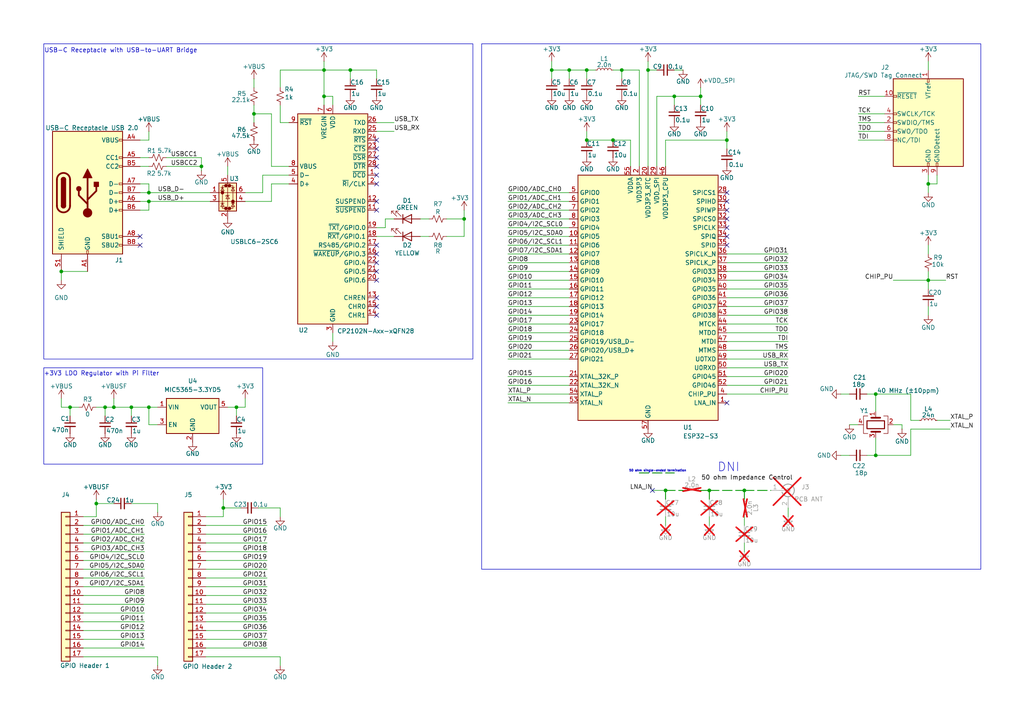
<source format=kicad_sch>
(kicad_sch (version 20250114) (generator "eeschema") (generator_version "9.0")
  (paper "A4")
  (title_block (title "YunaBoard") (date "2026-01-21") (rev "0.1v") (company "Rodolfo Zaragoza"))
  (rectangle (start 12.7 12.7) (end 137.16 104.14))
  (rectangle (start 12.7 106.68) (end 76.2 134.62))
  (rectangle (start 139.7 12.7) (end 284.48 165.1))
  (text "50 ohm Impedance Control" (at 216.662 138.684 0) (effects (font (size 1.27 1.27))))
  (text "50 ohm single-ended termination" (at 190.754 136.652 0) (effects (font (size 0.635 0.635))))
  (text "+3V3 LDO Regulator with Pi Filter" (at 29.464 108.458 0) (effects (font (size 1.27 1.27))))
  (text "DNI" (at 211.328 135.636 0) (effects (font (size 2.54 2.54))))
  (text "USB-C Receptacle with USB-to-UART Bridge" (at 35.052 14.732 0) (effects (font (size 1.27 1.27))))
  (junction (at 180.34 20.32))
  (junction (at 165.1 20.32))
  (junction (at 210.82 40.64))
  (junction (at 170.18 40.64))
  (junction (at 43.18 118.11))
  (junction (at 58.42 48.26))
  (junction (at 187.96 20.32))
  (junction (at 30.48 118.11))
  (junction (at 73.66 33.02))
  (junction (at 269.24 53.34))
  (junction (at 134.62 63.5))
  (junction (at 177.8 40.64))
  (junction (at 33.02 118.11))
  (junction (at 93.98 27.94))
  (junction (at 205.74 142.24))
  (junction (at 215.9 142.24))
  (junction (at 43.18 55.88))
  (junction (at 20.32 118.11))
  (junction (at 38.1 118.11))
  (junction (at 43.18 58.42))
  (junction (at 269.24 81.28))
  (junction (at 17.78 78.74))
  (junction (at 170.18 20.32))
  (junction (at 27.94 146.05))
  (junction (at 254 114.3))
  (junction (at 195.58 27.94))
  (junction (at 160.02 20.32))
  (junction (at 101.6 20.32))
  (junction (at 93.98 20.32))
  (junction (at 193.04 142.24))
  (junction (at 203.2 27.94))
  (junction (at 254 132.08))
  (junction (at 68.58 118.11))
  (junction (at 64.77 147.32))
  (no_connect (at 109.22 43.18))
  (no_connect (at 109.22 53.34))
  (no_connect (at 109.22 48.26))
  (no_connect (at 210.82 55.88))
  (no_connect (at 189.23 142.24))
  (no_connect (at 109.22 78.74))
  (no_connect (at 109.22 81.28))
  (no_connect (at 40.64 71.12))
  (no_connect (at 210.82 58.42))
  (no_connect (at 210.82 71.12))
  (no_connect (at 210.82 68.58))
  (no_connect (at 210.82 60.96))
  (no_connect (at 210.82 63.5))
  (no_connect (at 109.22 50.8))
  (no_connect (at 109.22 73.66))
  (no_connect (at 109.22 88.9))
  (no_connect (at 109.22 91.44))
  (no_connect (at 109.22 71.12))
  (no_connect (at 210.82 66.04))
  (no_connect (at 109.22 60.96))
  (no_connect (at 40.64 68.58))
  (no_connect (at 109.22 58.42))
  (no_connect (at 109.22 86.36))
  (no_connect (at 210.82 116.84))
  (no_connect (at 109.22 45.72))
  (no_connect (at 109.22 76.2))
  (no_connect (at 109.22 40.64))
  (wire (pts (xy 193.04 40.64) (xy 210.82 40.64)))
  (wire (pts (xy 180.34 22.86) (xy 180.34 20.32)))
  (wire (pts (xy 246.38 123.19) (xy 248.92 123.19)))
  (wire (pts (xy 269.24 17.78) (xy 269.24 20.32)))
  (wire (pts (xy 210.82 93.98) (xy 228.6 93.98)))
  (wire (pts (xy 76.2 50.8) (xy 83.82 50.8)))
  (wire (pts (xy 77.47 154.94) (xy 59.69 154.94)))
  (wire (pts (xy 147.32 114.3) (xy 165.1 114.3)))
  (wire (pts (xy 248.92 27.94) (xy 256.54 27.94)))
  (wire (pts (xy 17.78 78.74) (xy 17.78 81.28)))
  (wire (pts (xy 59.69 149.86) (xy 64.77 149.86)))
  (wire (pts (xy 81.28 190.5) (xy 59.69 190.5)))
  (wire (pts (xy 187.96 20.32) (xy 187.96 48.26)))
  (wire (pts (xy 147.32 55.88) (xy 165.1 55.88)))
  (wire (pts (xy 109.22 38.1) (xy 114.3 38.1)))
  (wire (pts (xy 205.74 149.86) (xy 205.74 152.4)))
  (wire (pts (xy 40.64 40.64) (xy 43.18 40.64)))
  (wire (pts (xy 40.64 45.72) (xy 43.18 45.72)))
  (wire (pts (xy 96.52 96.52) (xy 96.52 99.06)))
  (wire (pts (xy 190.5 27.94) (xy 190.5 48.26)))
  (wire (pts (xy 77.47 162.56) (xy 59.69 162.56)))
  (wire (pts (xy 77.47 177.8) (xy 59.69 177.8)))
  (wire (pts (xy 45.72 146.05) (xy 45.72 148.59)))
  (wire (pts (xy 78.74 58.42) (xy 78.74 53.34)))
  (wire (pts (xy 147.32 71.12) (xy 165.1 71.12)))
  (wire (pts (xy 41.91 152.4) (xy 24.13 152.4)))
  (wire (pts (xy 147.32 68.58) (xy 165.1 68.58)))
  (wire (pts (xy 77.47 185.42) (xy 59.69 185.42)))
  (wire (pts (xy 187.96 17.78) (xy 187.96 20.32)))
  (wire (pts (xy 77.47 170.18) (xy 59.69 170.18)))
  (wire (pts (xy 193.04 149.86) (xy 193.04 152.4)))
  (wire (pts (xy 170.18 38.1) (xy 170.18 40.64)))
  (wire (pts (xy 243.84 114.3) (xy 246.38 114.3)))
  (wire (pts (xy 109.22 35.56) (xy 114.3 35.56)))
  (wire (pts (xy 147.32 91.44) (xy 165.1 91.44)))
  (wire (pts (xy 147.32 83.82) (xy 165.1 83.82)))
  (wire (pts (xy 101.6 20.32) (xy 109.22 20.32)))
  (wire (pts (xy 30.48 120.65) (xy 30.48 118.11)))
  (wire (pts (xy 205.74 142.24) (xy 215.9 142.24)) (stroke (width 0.254) (type dash)))
  (wire (pts (xy 129.54 68.58) (xy 134.62 68.58)))
  (wire (pts (xy 24.13 190.5) (xy 45.72 190.5)))
  (wire (pts (xy 185.42 20.32) (xy 185.42 48.26)))
  (wire (pts (xy 187.96 20.32) (xy 190.5 20.32)))
  (wire (pts (xy 215.9 149.86) (xy 215.9 152.4)))
  (wire (pts (xy 41.91 160.02) (xy 24.13 160.02)))
  (wire (pts (xy 77.47 165.1) (xy 59.69 165.1)))
  (wire (pts (xy 147.32 81.28) (xy 165.1 81.28)))
  (wire (pts (xy 20.32 120.65) (xy 20.32 118.11)))
  (wire (pts (xy 81.28 30.48) (xy 81.28 35.56)))
  (wire (pts (xy 251.46 114.3) (xy 254 114.3)))
  (wire (pts (xy 24.13 149.86) (xy 27.94 149.86)))
  (wire (pts (xy 27.94 146.05) (xy 33.02 146.05)))
  (wire (pts (xy 215.9 157.48) (xy 215.9 160.02)))
  (wire (pts (xy 27.94 146.05) (xy 27.94 144.78)))
  (wire (pts (xy 109.22 20.32) (xy 109.22 22.86)))
  (wire (pts (xy 210.82 96.52) (xy 228.6 96.52)))
  (wire (pts (xy 228.6 88.9) (xy 210.82 88.9)))
  (wire (pts (xy 78.74 33.02) (xy 78.74 48.26)))
  (wire (pts (xy 43.18 53.34) (xy 43.18 55.88)))
  (wire (pts (xy 20.32 118.11) (xy 22.86 118.11)))
  (wire (pts (xy 71.12 118.11) (xy 68.58 118.11)))
  (wire (pts (xy 203.2 30.48) (xy 203.2 27.94)))
  (wire (pts (xy 254 114.3) (xy 254 119.38)))
  (wire (pts (xy 40.64 55.88) (xy 43.18 55.88)))
  (wire (pts (xy 248.92 40.64) (xy 256.54 40.64)))
  (wire (pts (xy 111.76 63.5) (xy 114.3 63.5)))
  (wire (pts (xy 182.88 40.64) (xy 182.88 48.26)))
  (wire (pts (xy 269.24 81.28) (xy 259.08 81.28)))
  (wire (pts (xy 66.04 118.11) (xy 68.58 118.11)))
  (wire (pts (xy 210.82 111.76) (xy 228.6 111.76)))
  (wire (pts (xy 248.92 33.02) (xy 256.54 33.02)))
  (wire (pts (xy 203.2 25.4) (xy 203.2 27.94)))
  (wire (pts (xy 269.24 53.34) (xy 271.78 53.34)))
  (wire (pts (xy 248.92 38.1) (xy 256.54 38.1)))
  (wire (pts (xy 43.18 118.11) (xy 45.72 118.11)))
  (wire (pts (xy 41.91 162.56) (xy 24.13 162.56)))
  (wire (pts (xy 81.28 25.4) (xy 81.28 20.32)))
  (wire (pts (xy 101.6 20.32) (xy 101.6 22.86)))
  (wire (pts (xy 74.93 147.32) (xy 81.28 147.32)))
  (wire (pts (xy 147.32 104.14) (xy 165.1 104.14)))
  (wire (pts (xy 43.18 58.42) (xy 43.18 60.96)))
  (wire (pts (xy 48.26 48.26) (xy 58.42 48.26)))
  (wire (pts (xy 43.18 123.19) (xy 45.72 123.19)))
  (wire (pts (xy 215.9 142.24) (xy 215.9 144.78)) (stroke (width 0.254) (type dash)))
  (wire (pts (xy 40.64 53.34) (xy 43.18 53.34)))
  (wire (pts (xy 147.32 86.36) (xy 165.1 86.36)))
  (wire (pts (xy 38.1 146.05) (xy 45.72 146.05)))
  (wire (pts (xy 81.28 20.32) (xy 93.98 20.32)))
  (wire (pts (xy 147.32 96.52) (xy 165.1 96.52)))
  (wire (pts (xy 73.66 22.86) (xy 73.66 25.4)))
  (wire (pts (xy 269.24 88.9) (xy 269.24 91.44)))
  (wire (pts (xy 48.26 45.72) (xy 58.42 45.72)))
  (wire (pts (xy 170.18 22.86) (xy 170.18 20.32)))
  (wire (pts (xy 147.32 63.5) (xy 165.1 63.5)))
  (wire (pts (xy 40.64 58.42) (xy 43.18 58.42)))
  (wire (pts (xy 147.32 101.6) (xy 165.1 101.6)))
  (wire (pts (xy 73.66 33.02) (xy 78.74 33.02)))
  (wire (pts (xy 17.78 118.11) (xy 20.32 118.11)))
  (wire (pts (xy 210.82 38.1) (xy 210.82 40.64)))
  (wire (pts (xy 259.08 123.19) (xy 261.62 123.19)))
  (wire (pts (xy 43.18 118.11) (xy 43.18 123.19)))
  (wire (pts (xy 38.1 118.11) (xy 43.18 118.11)))
  (wire (pts (xy 269.24 81.28) (xy 274.32 81.28)))
  (wire (pts (xy 81.28 147.32) (xy 81.28 149.86)))
  (wire (pts (xy 77.47 182.88) (xy 59.69 182.88)))
  (wire (pts (xy 269.24 50.8) (xy 269.24 53.34)))
  (wire (pts (xy 165.1 22.86) (xy 165.1 20.32)))
  (wire (pts (xy 203.2 142.24) (xy 205.74 142.24)) (stroke (width 0.254) (type dash)))
  (wire (pts (xy 264.16 132.08) (xy 254 132.08)))
  (wire (pts (xy 68.58 118.11) (xy 68.58 120.65)))
  (wire (pts (xy 38.1 118.11) (xy 38.1 120.65)))
  (wire (pts (xy 147.32 73.66) (xy 165.1 73.66)))
  (wire (pts (xy 269.24 71.12) (xy 269.24 73.66)))
  (wire (pts (xy 269.24 55.88) (xy 269.24 53.34)))
  (wire (pts (xy 210.82 101.6) (xy 228.6 101.6)))
  (wire (pts (xy 93.98 27.94) (xy 96.52 27.94)))
  (wire (pts (xy 77.47 152.4) (xy 59.69 152.4)))
  (wire (pts (xy 109.22 68.58) (xy 114.3 68.58)))
  (wire (pts (xy 41.91 180.34) (xy 24.13 180.34)))
  (wire (pts (xy 93.98 27.94) (xy 93.98 30.48)))
  (polyline (pts (xy 185.42 137.16) (xy 195.58 137.16)) (stroke (width 0.254) (type dash) (color 0 132 0 1)))
  (wire (pts (xy 264.16 124.46) (xy 275.59 124.46)))
  (wire (pts (xy 189.23 142.24) (xy 193.04 142.24)))
  (wire (pts (xy 71.12 118.11) (xy 71.12 115.57)))
  (wire (pts (xy 40.64 60.96) (xy 43.18 60.96)))
  (wire (pts (xy 228.6 91.44) (xy 210.82 91.44)))
  (wire (pts (xy 147.32 60.96) (xy 165.1 60.96)))
  (wire (pts (xy 41.91 167.64) (xy 24.13 167.64)))
  (wire (pts (xy 71.12 55.88) (xy 76.2 55.88)))
  (wire (pts (xy 41.91 175.26) (xy 24.13 175.26)))
  (wire (pts (xy 109.22 66.04) (xy 111.76 66.04)))
  (wire (pts (xy 269.24 81.28) (xy 269.24 83.82)))
  (wire (pts (xy 264.16 114.3) (xy 254 114.3)))
  (wire (pts (xy 41.91 165.1) (xy 24.13 165.1)))
  (wire (pts (xy 77.47 157.48) (xy 59.69 157.48)))
  (wire (pts (xy 228.6 78.74) (xy 210.82 78.74)))
  (wire (pts (xy 64.77 147.32) (xy 64.77 144.78)))
  (wire (pts (xy 160.02 22.86) (xy 160.02 20.32)))
  (wire (pts (xy 41.91 172.72) (xy 24.13 172.72)))
  (wire (pts (xy 210.82 109.22) (xy 228.6 109.22)))
  (wire (pts (xy 121.92 68.58) (xy 124.46 68.58)))
  (wire (pts (xy 147.32 111.76) (xy 165.1 111.76)))
  (wire (pts (xy 121.92 63.5) (xy 124.46 63.5)))
  (wire (pts (xy 41.91 182.88) (xy 24.13 182.88)))
  (wire (pts (xy 147.32 58.42) (xy 165.1 58.42)))
  (wire (pts (xy 248.92 35.56) (xy 256.54 35.56)))
  (wire (pts (xy 40.64 48.26) (xy 43.18 48.26)))
  (wire (pts (xy 147.32 88.9) (xy 165.1 88.9)))
  (wire (pts (xy 195.58 30.48) (xy 195.58 27.94)))
  (wire (pts (xy 147.32 66.04) (xy 165.1 66.04)))
  (wire (pts (xy 30.48 118.11) (xy 33.02 118.11)))
  (wire (pts (xy 66.04 48.26) (xy 66.04 50.8)))
  (wire (pts (xy 17.78 78.74) (xy 25.4 78.74)))
  (wire (pts (xy 96.52 27.94) (xy 96.52 30.48)))
  (wire (pts (xy 73.66 30.48) (xy 73.66 33.02)))
  (wire (pts (xy 76.2 55.88) (xy 76.2 50.8)))
  (wire (pts (xy 215.9 142.24) (xy 223.52 142.24)) (stroke (width 0.254) (type dash)))
  (wire (pts (xy 210.82 99.06) (xy 228.6 99.06)))
  (wire (pts (xy 77.47 172.72) (xy 59.69 172.72)))
  (wire (pts (xy 77.47 160.02) (xy 59.69 160.02)))
  (wire (pts (xy 77.47 167.64) (xy 59.69 167.64)))
  (wire (pts (xy 45.72 190.5) (xy 45.72 193.04)))
  (wire (pts (xy 210.82 106.68) (xy 228.6 106.68)))
  (wire (pts (xy 93.98 20.32) (xy 101.6 20.32)))
  (wire (pts (xy 58.42 45.72) (xy 58.42 48.26)))
  (wire (pts (xy 254 127) (xy 254 132.08)))
  (wire (pts (xy 43.18 58.42) (xy 60.96 58.42)))
  (wire (pts (xy 147.32 109.22) (xy 165.1 109.22)))
  (wire (pts (xy 30.48 118.11) (xy 27.94 118.11)))
  (wire (pts (xy 160.02 17.78) (xy 160.02 20.32)))
  (wire (pts (xy 266.7 121.92) (xy 264.16 121.92)))
  (wire (pts (xy 228.6 81.28) (xy 210.82 81.28)))
  (wire (pts (xy 195.58 27.94) (xy 203.2 27.94)))
  (wire (pts (xy 264.16 124.46) (xy 264.16 132.08)))
  (wire (pts (xy 170.18 40.64) (xy 177.8 40.64)))
  (wire (pts (xy 64.77 149.86) (xy 64.77 147.32)))
  (wire (pts (xy 228.6 86.36) (xy 210.82 86.36)))
  (wire (pts (xy 93.98 17.78) (xy 93.98 20.32)))
  (wire (pts (xy 170.18 20.32) (xy 172.72 20.32)))
  (wire (pts (xy 93.98 20.32) (xy 93.98 27.94)))
  (wire (pts (xy 210.82 104.14) (xy 228.6 104.14)))
  (wire (pts (xy 33.02 115.57) (xy 33.02 118.11)))
  (wire (pts (xy 77.47 175.26) (xy 59.69 175.26)))
  (wire (pts (xy 147.32 78.74) (xy 165.1 78.74)))
  (wire (pts (xy 43.18 55.88) (xy 60.96 55.88)))
  (wire (pts (xy 33.02 118.11) (xy 38.1 118.11)))
  (wire (pts (xy 41.91 187.96) (xy 24.13 187.96)))
  (wire (pts (xy 41.91 157.48) (xy 24.13 157.48)))
  (wire (pts (xy 271.78 121.92) (xy 275.59 121.92)))
  (wire (pts (xy 190.5 27.94) (xy 195.58 27.94)))
  (wire (pts (xy 41.91 185.42) (xy 24.13 185.42)))
  (wire (pts (xy 129.54 63.5) (xy 134.62 63.5)))
  (wire (pts (xy 210.82 43.18) (xy 210.82 40.64)))
  (wire (pts (xy 134.62 60.96) (xy 134.62 63.5)))
  (wire (pts (xy 193.04 142.24) (xy 193.04 144.78)) (stroke (width 0.254) (type dash)))
  (wire (pts (xy 71.12 58.42) (xy 78.74 58.42)))
  (wire (pts (xy 41.91 154.94) (xy 24.13 154.94)))
  (wire (pts (xy 165.1 20.32) (xy 170.18 20.32)))
  (wire (pts (xy 134.62 63.5) (xy 134.62 68.58)))
  (wire (pts (xy 41.91 177.8) (xy 24.13 177.8)))
  (wire (pts (xy 160.02 20.32) (xy 165.1 20.32)))
  (wire (pts (xy 43.18 40.64) (xy 43.18 38.1)))
  (wire (pts (xy 81.28 35.56) (xy 83.82 35.56)))
  (wire (pts (xy 261.62 123.19) (xy 261.62 124.46)))
  (wire (pts (xy 251.46 132.08) (xy 254 132.08)))
  (wire (pts (xy 77.47 180.34) (xy 59.69 180.34)))
  (wire (pts (xy 205.74 142.24) (xy 205.74 144.78)) (stroke (width 0.254) (type dash)))
  (wire (pts (xy 77.47 187.96) (xy 59.69 187.96)))
  (wire (pts (xy 78.74 48.26) (xy 83.82 48.26)))
  (wire (pts (xy 228.6 83.82) (xy 210.82 83.82)))
  (wire (pts (xy 81.28 193.04) (xy 81.28 190.5)))
  (wire (pts (xy 73.66 33.02) (xy 73.66 35.56)))
  (wire (pts (xy 177.8 20.32) (xy 180.34 20.32)))
  (wire (pts (xy 193.04 40.64) (xy 193.04 48.26)))
  (wire (pts (xy 17.78 115.57) (xy 17.78 118.11)))
  (wire (pts (xy 78.74 53.34) (xy 83.82 53.34)))
  (wire (pts (xy 264.16 121.92) (xy 264.16 114.3)))
  (wire (pts (xy 269.24 78.74) (xy 269.24 81.28)))
  (wire (pts (xy 228.6 73.66) (xy 210.82 73.66)))
  (wire (pts (xy 193.04 142.24) (xy 198.12 142.24)) (stroke (width 0.254) (type dash)))
  (wire (pts (xy 41.91 170.18) (xy 24.13 170.18)))
  (wire (pts (xy 27.94 146.05) (xy 27.94 149.86)))
  (wire (pts (xy 147.32 93.98) (xy 165.1 93.98)))
  (wire (pts (xy 111.76 66.04) (xy 111.76 63.5)))
  (wire (pts (xy 180.34 20.32) (xy 185.42 20.32)))
  (wire (pts (xy 243.84 132.08) (xy 246.38 132.08)))
  (wire (pts (xy 210.82 114.3) (xy 228.6 114.3)))
  (wire (pts (xy 147.32 99.06) (xy 165.1 99.06)))
  (wire (pts (xy 228.6 147.32) (xy 228.6 149.86)))
  (wire (pts (xy 147.32 116.84) (xy 165.1 116.84)))
  (wire (pts (xy 195.58 20.32) (xy 198.12 20.32)))
  (wire (pts (xy 147.32 76.2) (xy 165.1 76.2)))
  (wire (pts (xy 69.85 147.32) (xy 64.77 147.32)))
  (wire (pts (xy 58.42 48.26) (xy 58.42 49.53)))
  (wire (pts (xy 228.6 76.2) (xy 210.82 76.2)))
  (wire (pts (xy 271.78 53.34) (xy 271.78 50.8)))
  (wire (pts (xy 177.8 40.64) (xy 182.88 40.64)))
  (label "GPIO21" (at 147.32 104.14 0))
  (label "GPIO35" (at 228.6 83.82 180))
  (label "GPIO37" (at 228.6 88.9 180))
  (label "GPIO13" (at 41.91 185.42 180))
  (label "GPIO21" (at 77.47 167.64 180))
  (label "GPIO37" (at 77.47 185.42 180))
  (label "GPIO19" (at 147.32 99.06 0))
  (label "GPIO20" (at 228.6 109.22 180))
  (label "GPIO36" (at 77.47 182.88 180))
  (label "GPIO3{slash}ADC_CH3" (at 41.91 160.02 180))
  (label "GPIO11" (at 147.32 83.82 0))
  (label "GPIO35" (at 77.47 180.34 180))
  (label "TDO" (at 228.6 96.52 180))
  (label "TCK" (at 228.6 93.98 180))
  (label "GPIO12" (at 41.91 182.88 180))
  (label "RST" (at 248.92 27.94 0))
  (label "GPIO2{slash}ADC_CH2" (at 147.32 60.96 0))
  (label "GPIO8" (at 147.32 76.2 0))
  (label "GPIO18" (at 77.47 160.02 180))
  (label "CHIP_PU" (at 228.6 114.3 180))
  (label "GPIO17" (at 147.32 93.98 0))
  (label "GPIO6{slash}I2C_SCL1" (at 147.32 71.12 0))
  (label "GPIO8" (at 41.91 172.72 180))
  (label "RST" (at 274.32 81.28 0))
  (label "TDI" (at 248.92 40.64 0))
  (label "GPIO31" (at 77.47 170.18 180))
  (label "TDO" (at 248.92 38.1 0))
  (label "GPIO0{slash}ADC_CH0" (at 147.32 55.88 0))
  (label "GPIO13" (at 147.32 88.9 0))
  (label "USB_RX" (at 114.3 38.1 0))
  (label "GPIO2{slash}ADC_CH2" (at 41.91 157.48 180))
  (label "TMS" (at 248.92 35.56 0))
  (label "GPIO18" (at 147.32 96.52 0))
  (label "USB_RX" (at 228.6 104.14 180))
  (label "GPIO21" (at 228.6 111.76 180))
  (label "GPIO4{slash}I2C_SCL0" (at 147.32 66.04 0))
  (label "GPIO34" (at 77.47 177.8 180))
  (label "GPIO6{slash}I2C_SCL1" (at 41.91 167.64 180))
  (label "GPIO10" (at 147.32 81.28 0))
  (label "GPIO12" (at 147.32 86.36 0))
  (label "GPIO20" (at 147.32 101.6 0))
  (label "USB_D+" (at 45.72 58.42 0))
  (label "GPIO15" (at 77.47 152.4 180))
  (label "XTAL_N" (at 147.32 116.84 0))
  (label "GPIO4{slash}I2C_SCL0" (at 41.91 162.56 180))
  (label "TCK" (at 248.92 33.02 0))
  (label "USB_TX" (at 228.6 106.68 180))
  (label "GPIO38" (at 77.47 187.96 180))
  (label "GPIO11" (at 41.91 180.34 180))
  (label "GPIO3{slash}ADC_CH3" (at 147.32 63.5 0))
  (label "LNA_IN" (at 189.23 142.24 180))
  (label "USBCC1" (at 49.53 45.72 0))
  (label "TDI" (at 228.6 99.06 180))
  (label "GPIO36" (at 228.6 86.36 180))
  (label "GPIO20" (at 77.47 165.1 180))
  (label "GPIO19" (at 77.47 162.56 180))
  (label "USBCC2" (at 49.53 48.26 0))
  (label "GPIO9" (at 147.32 78.74 0))
  (label "GPIO7{slash}I2C_SDA1" (at 147.32 73.66 0))
  (label "GPIO15" (at 147.32 109.22 0))
  (label "XTAL_P" (at 275.59 121.92 0))
  (label "GPIO33" (at 77.47 175.26 180))
  (label "GPIO10" (at 41.91 177.8 180))
  (label "USB_TX" (at 114.3 35.56 0))
  (label "GPIO0{slash}ADC_CH0" (at 41.91 152.4 180))
  (label "GPIO14" (at 147.32 91.44 0))
  (label "TMS" (at 228.6 101.6 180))
  (label "GPIO5{slash}I2C_SDA0" (at 41.91 165.1 180))
  (label "XTAL_P" (at 147.32 114.3 0))
  (label "GPIO31" (at 228.6 73.66 180))
  (label "GPIO16" (at 77.47 154.94 180))
  (label "GPIO5{slash}I2C_SDA0" (at 147.32 68.58 0))
  (label "GPIO32" (at 228.6 76.2 180))
  (label "GPIO7{slash}I2C_SDA1" (at 41.91 170.18 180))
  (label "CHIP_PU" (at 259.08 81.28 180))
  (label "GPIO38" (at 228.6 91.44 180))
  (label "GPIO1{slash}ADC_CH1" (at 41.91 154.94 180))
  (label "GPIO16" (at 147.32 111.76 0))
  (label "GPIO1{slash}ADC_CH1" (at 147.32 58.42 0))
  (label "GPIO32" (at 77.47 172.72 180))
  (label "USB_D-" (at 45.72 55.88 0))
  (label "GPIO14" (at 41.91 187.96 180))
  (label "GPIO17" (at 77.47 157.48 180))
  (label "GPIO9" (at 41.91 175.26 180))
  (label "GPIO33" (at 228.6 78.74 180))
  (label "GPIO34" (at 228.6 81.28 180))
  (label "XTAL_N" (at 275.59 124.46 0))
  (symbol (lib_id "Device:C_Small") (at 205.74 147.32 0) (unit 1) (dnp yes)
    (property "Reference" "C18" (at 205.74 145.796 0) (effects (justify left)))
    (property "Value" "10u" (at 205.994 149.098 0) (effects (justify left)))
    (property "Footprint" "Capacitor_SMD:C_0603_1608Metric" (effects (hide yes)))
    (property "Description" "Unpolarized capacitor, small symbol" (effects (hide yes)))
  )
  (symbol (lib_id "Device:C_Small") (at 72.39 147.32 90) (unit 1)
    (property "Reference" "C23" (at 71.628 146.304 90) (effects (justify left)))
    (property "Value" "0.1u" (at 77.724 146.304 90) (effects (justify left)))
    (property "Footprint" "Capacitor_SMD:C_0402_1005Metric" (effects (hide yes)))
    (property "Description" "Unpolarized capacitor, small symbol" (effects (hide yes)))
  )
  (symbol (lib_id "Device:L_Small") (at 200.66 142.24 90) (unit 1) (dnp yes)
    (property "Reference" "L2" (at 200.66 138.938 90))
    (property "Value" "2.0n" (at 200.66 140.716 90))
    (property "Footprint" "Inductor_SMD:L_0201_0603Metric" (effects (hide yes)))
    (property "Description" "Inductor, small symbol" (effects (hide yes)))
  )
  (symbol (lib_id "power:+5V") (at 187.96 17.78 0) (unit 1)
    (property "Reference" "#PWR021" (effects (hide yes)))
    (property "Value" "+3V3" (at 187.96 14.224 0))
    (property "Description" "Power symbol creates a global label with name \"+5V\"" (effects (hide yes)))
  )
  (symbol (lib_id "Connector:Conn_Coaxial") (at 228.6 142.24 0) (unit 1) (dnp yes)
    (property "Reference" "J3" (at 232.41 141.2631 0) (effects (justify left)))
    (property "Value" "PCB ANT" (at 230.378 144.78 0) (effects (justify left)))
    (property "Footprint" "Connector_Coaxial:U.FL_Hirose_U.FL-R-SMT-1_Vertical" (effects (hide yes)))
    (property "Description" "coaxial connector (BNC, SMA, SMB, SMC, Cinch/RCA, LEMO, ...)" (effects (hide yes)))
  )
  (symbol (lib_id "power:GND") (at 193.04 152.4 0) (unit 1) (dnp yes)
    (property "Reference" "#PWR041" (effects (hide yes)))
    (property "Value" "GND" (at 193.04 155.956 0))
    (property "Description" "Power symbol creates a global label with name \"GND\" , ground" (effects (hide yes)))
  )
  (symbol (lib_id "Device:LED") (at 118.11 63.5 0) (mirror x) (unit 1)
    (property "Reference" "D1" (at 118.11 58.166 0))
    (property "Value" "GREEN" (at 118.11 60.198 0))
    (property "Footprint" "LED_SMD:LED_0603_1608Metric" (effects (hide yes)))
    (property "Description" "Light emitting diode" (effects (hide yes)))
    (property "Sim.Pins" "1=K 2=A" (effects (hide yes)))
  )
  (symbol (lib_id "power:GND") (at 81.28 149.86 0) (unit 1)
    (property "Reference" "#PWR050" (effects (hide yes)))
    (property "Value" "GND" (at 81.28 153.162 0))
    (property "Description" "Power symbol creates a global label with name \"GND\" , ground" (effects (hide yes)))
  )
  (symbol (lib_id "Device:C_Small") (at 177.8 43.18 0) (unit 1)
    (property "Reference" "C12" (at 177.8 41.656 0) (effects (justify left)))
    (property "Value" "10u" (at 178.054 44.958 0) (effects (justify left)))
    (property "Footprint" "Capacitor_SMD:C_0603_1608Metric" (effects (hide yes)))
    (property "Description" "Unpolarized capacitor, small symbol" (effects (hide yes)))
  )
  (symbol (lib_id "Device:C_Small") (at 68.58 123.19 0) (unit 1)
    (property "Reference" "C4" (at 68.58 121.666 0) (effects (justify left)))
    (property "Value" "1u" (at 68.834 124.968 0) (effects (justify left)))
    (property "Footprint" "Capacitor_SMD:C_0603_1608Metric" (effects (hide yes)))
    (property "Description" "Unpolarized capacitor, small symbol" (effects (hide yes)))
  )
  (symbol (lib_id "Device:C_Small") (at 30.48 123.19 0) (unit 1)
    (property "Reference" "C2" (at 30.48 121.666 0) (effects (justify left)))
    (property "Value" "470n" (at 30.734 124.968 0) (effects (justify left)))
    (property "Footprint" "Capacitor_SMD:C_0603_1608Metric" (effects (hide yes)))
    (property "Description" "Unpolarized capacitor, small symbol" (effects (hide yes)))
  )
  (symbol (lib_id "power:GND") (at 187.96 124.46 0) (unit 1)
    (property "Reference" "#PWR015" (effects (hide yes)))
    (property "Value" "GND" (at 187.96 127.762 0))
    (property "Description" "Power symbol creates a global label with name \"GND\" , ground" (effects (hide yes)))
  )
  (symbol (lib_id "Regulator_Linear:MIC5365-3.3YD5") (at 55.88 120.65 0) (unit 1)
    (property "Reference" "U4" (at 55.88 110.49 0))
    (property "Value" "MIC5365-3.3YD5" (at 55.88 113.03 0))
    (property "Footprint" "Package_TO_SOT_SMD:TSOT-23-5" (effects (hide yes)))
    (property "Datasheet" "https://ww1.microchip.com/downloads/aemDocuments/documents/APID/ProductDocuments/DataSheets/MIC5365-6-High-Performance-Single-150mA-LDO-DS20006605A.pdf" (effects (hide yes)))
    (property "Description" "150mA Low-dropout Voltage Regulator, Vout 3.3V, Vin up to 5.5V, TSOT-23-5" (effects (hide yes)))
  )
  (symbol (lib_id "Connector:USB_C_Receptacle_USB2.0_16P") (at 25.4 55.88 0) (unit 1)
    (property "Reference" "J1" (at 34.544 75.438 0))
    (property "Value" "USB-C Receptacle USB 2.0" (at 26.67 37.084 0))
    (property "Footprint" "Connector_USB:USB_C_Receptacle_GCT_USB4105-xx-A_16P_TopMnt_Horizontal" (effects (hide yes)))
    (property "Datasheet" "https://www.usb.org/sites/default/files/documents/usb_type-c.zip" (effects (hide yes)))
    (property "Description" "USB 2.0-only 16P Type-C Receptacle connector" (effects (hide yes)))
  )
  (symbol (lib_id "Device:C_Small") (at 35.56 146.05 90) (unit 1)
    (property "Reference" "C24" (at 34.798 145.034 90) (effects (justify left)))
    (property "Value" "1u" (at 38.862 145.034 90) (effects (justify left)))
    (property "Footprint" "Capacitor_SMD:C_0402_1005Metric" (effects (hide yes)))
    (property "Description" "Unpolarized capacitor, small symbol" (effects (hide yes)))
  )
  (symbol (lib_id "Connector_Generic:Conn_01x17") (at 19.05 170.18 0) (mirror y) (unit 1)
    (property "Reference" "J4" (at 19.05 143.51 0))
    (property "Value" "GPIO Header 1" (at 24.638 193.04 0))
    (property "Footprint" "Connector_PinHeader_1.00mm:PinHeader_1x17_P1.00mm_Vertical" (effects (hide yes)))
    (property "Description" "Generic connector, single row, 01x17, script generated (kicad-library-utils/schlib/autogen/connector/)" (effects (hide yes)))
  )
  (symbol (lib_id "Device:C_Small") (at 170.18 25.4 0) (unit 1)
    (property "Reference" "C7" (at 170.18 23.876 0) (effects (justify left)))
    (property "Value" "0.1u" (at 170.434 27.178 0) (effects (justify left)))
    (property "Footprint" "Capacitor_SMD:C_0402_1005Metric" (effects (hide yes)))
    (property "Description" "Unpolarized capacitor, small symbol" (effects (hide yes)))
  )
  (symbol (lib_id "Interface_USB:CP2102N-Axx-xQFN28") (at 96.52 63.5 0) (unit 1)
    (property "Reference" "U2" (at 86.614 95.758 0) (effects (justify left)))
    (property "Value" "CP2102N-Axx-xQFN28" (at 97.79 96.012 0) (effects (justify left)))
    (property "Footprint" "Package_DFN_QFN:QFN-28-1EP_5x5mm_P0.5mm_EP3.35x3.35mm" (effects (hide yes)))
    (property "Datasheet" "https://www.silabs.com/documents/public/data-sheets/cp2102n-datasheet.pdf" (effects (hide yes)))
    (property "Description" "USB to UART master bridge, QFN-28" (effects (hide yes)))
  )
  (symbol (lib_id "Device:Crystal_GND24") (at 254 123.19 270) (unit 1)
    (property "Reference" "Y1" (at 250.698 119.126 90))
    (property "Value" "40 MHz (±10ppm)" (at 263.398 113.284 90))
    (property "Footprint" "Crystal:Crystal_SMD_3225-4Pin_3.2x2.5mm" (effects (hide yes)))
    (property "Description" "Four pin crystal, GND on pins 2 and 4" (effects (hide yes)))
  )
  (symbol (lib_id "Device:C_Small") (at 193.04 20.32 90) (unit 1)
    (property "Reference" "C9" (at 192.024 19.304 90) (effects (justify left)))
    (property "Value" "0.1u" (at 198.12 19.304 90) (effects (justify left)))
    (property "Footprint" "Capacitor_SMD:C_0402_1005Metric" (effects (hide yes)))
    (property "Description" "Unpolarized capacitor, small symbol" (effects (hide yes)))
  )
  (symbol (lib_id "power:+5V") (at 27.94 144.78 0) (unit 1)
    (property "Reference" "#PWR051" (effects (hide yes)))
    (property "Value" "+VBUSF" (at 27.94 141.224 0))
    (property "Description" "Power symbol creates a global label with name \"+5V\"" (effects (hide yes)))
  )
  (symbol (lib_id "Device:R_Small_US") (at 45.72 45.72 270) (unit 1)
    (property "Reference" "R1" (at 43.942 43.688 90))
    (property "Value" "5.7k" (at 47.752 43.688 90))
    (property "Footprint" "Resistor_SMD:R_0603_1608Metric" (effects (hide yes)))
    (property "Description" "Resistor, small US symbol" (effects (hide yes)))
  )
  (symbol (lib_id "power:GND") (at 215.9 160.02 0) (unit 1) (dnp yes)
    (property "Reference" "#PWR039" (effects (hide yes)))
    (property "Value" "GND" (at 215.9 163.576 0))
    (property "Description" "Power symbol creates a global label with name \"GND\" , ground" (effects (hide yes)))
  )
  (symbol (lib_id "power:+5V") (at 17.78 115.57 0) (unit 1)
    (property "Reference" "#PWR09" (effects (hide yes)))
    (property "Value" "+VBUS" (at 17.78 112.014 0))
    (property "Description" "Power symbol creates a global label with name \"+5V\"" (effects (hide yes)))
  )
  (symbol (lib_id "Device:C_Small") (at 210.82 45.72 0) (unit 1)
    (property "Reference" "C14" (at 211.074 44.196 0) (effects (justify left)))
    (property "Value" "0.1u" (at 211.328 47.752 0) (effects (justify left)))
    (property "Footprint" "Capacitor_SMD:C_0402_1005Metric" (effects (hide yes)))
    (property "Description" "Unpolarized capacitor, small symbol" (effects (hide yes)))
  )
  (symbol (lib_id "Device:C_Small") (at 203.2 33.02 0) (unit 1)
    (property "Reference" "C10" (at 203.2 31.496 0) (effects (justify left)))
    (property "Value" "1u" (at 203.454 34.798 0) (effects (justify left)))
    (property "Footprint" "Capacitor_SMD:C_0603_1608Metric" (effects (hide yes)))
    (property "Description" "Unpolarized capacitor, small symbol" (effects (hide yes)))
  )
  (symbol (lib_id "power:GND") (at 243.84 114.3 270) (unit 1)
    (property "Reference" "#PWR048" (effects (hide yes)))
    (property "Value" "GND" (at 239.776 112.776 90))
    (property "Description" "Power symbol creates a global label with name \"GND\" , ground" (effects (hide yes)))
  )
  (symbol (lib_id "power:GND") (at 170.18 45.72 0) (unit 1)
    (property "Reference" "#PWR023" (effects (hide yes)))
    (property "Value" "GND" (at 170.18 49.022 0))
    (property "Description" "Power symbol creates a global label with name \"GND\" , ground" (effects (hide yes)))
  )
  (symbol (lib_id "power:+5V") (at 93.98 17.78 0) (unit 1)
    (property "Reference" "#PWR030" (effects (hide yes)))
    (property "Value" "+3V3" (at 93.98 14.224 0))
    (property "Description" "Power symbol creates a global label with name \"+5V\"" (effects (hide yes)))
  )
  (symbol (lib_id "power:GND") (at 73.66 40.64 0) (unit 1)
    (property "Reference" "#PWR033" (effects (hide yes)))
    (property "Value" "GND" (at 73.66 43.942 0))
    (property "Description" "Power symbol creates a global label with name \"GND\" , ground" (effects (hide yes)))
  )
  (symbol (lib_id "power:GND") (at 45.72 148.59 0) (unit 1)
    (property "Reference" "#PWR052" (effects (hide yes)))
    (property "Value" "GND" (at 45.72 151.892 0))
    (property "Description" "Power symbol creates a global label with name \"GND\" , ground" (effects (hide yes)))
  )
  (symbol (lib_id "power:GND") (at 203.2 35.56 0) (unit 1)
    (property "Reference" "#PWR022" (effects (hide yes)))
    (property "Value" "GND" (at 203.2 38.862 0))
    (property "Description" "Power symbol creates a global label with name \"GND\" , ground" (effects (hide yes)))
  )
  (symbol (lib_id "power:+5V") (at 210.82 38.1 0) (unit 1)
    (property "Reference" "#PWR028" (effects (hide yes)))
    (property "Value" "+3V3" (at 210.82 34.544 0))
    (property "Description" "Power symbol creates a global label with name \"+5V\"" (effects (hide yes)))
  )
  (symbol (lib_id "power:GND") (at 165.1 27.94 0) (unit 1)
    (property "Reference" "#PWR017" (effects (hide yes)))
    (property "Value" "GND" (at 165.1 31.242 0))
    (property "Description" "Power symbol creates a global label with name \"GND\" , ground" (effects (hide yes)))
  )
  (symbol (lib_id "power:GND") (at 180.34 27.94 0) (unit 1)
    (property "Reference" "#PWR019" (effects (hide yes)))
    (property "Value" "GND" (at 180.34 31.242 0))
    (property "Description" "Power symbol creates a global label with name \"GND\" , ground" (effects (hide yes)))
  )
  (symbol (lib_id "power:GND") (at 38.1 125.73 0) (unit 1)
    (property "Reference" "#PWR010" (effects (hide yes)))
    (property "Value" "GND" (at 38.1 129.032 0))
    (property "Description" "Power symbol creates a global label with name \"GND\" , ground" (effects (hide yes)))
  )
  (symbol (lib_id "Device:C_Small") (at 195.58 33.02 0) (unit 1)
    (property "Reference" "C13" (at 195.58 31.496 0) (effects (justify left)))
    (property "Value" "0.1u" (at 195.834 34.798 0) (effects (justify left)))
    (property "Footprint" "Capacitor_SMD:C_0402_1005Metric" (effects (hide yes)))
    (property "Description" "Unpolarized capacitor, small symbol" (effects (hide yes)))
  )
  (symbol (lib_id "power:+5V") (at 269.24 17.78 0) (unit 1)
    (property "Reference" "#PWR037" (effects (hide yes)))
    (property "Value" "+3V3" (at 269.24 14.224 0))
    (property "Description" "Power symbol creates a global label with name \"+5V\"" (effects (hide yes)))
  )
  (symbol (lib_id "Device:R_Small_US") (at 127 63.5 90) (unit 1)
    (property "Reference" "R7" (at 127 59.182 90))
    (property "Value" "R" (at 127 61.468 90))
    (property "Footprint" "Resistor_SMD:R_0402_1005Metric" (effects (hide yes)))
    (property "Description" "Resistor, small US symbol" (effects (hide yes)))
  )
  (symbol (lib_id "power:GND") (at 177.8 45.72 0) (unit 1)
    (property "Reference" "#PWR024" (effects (hide yes)))
    (property "Value" "GND" (at 177.8 49.022 0))
    (property "Description" "Power symbol creates a global label with name \"GND\" , ground" (effects (hide yes)))
  )
  (symbol (lib_id "power:GND") (at 210.82 48.26 0) (unit 1)
    (property "Reference" "#PWR029" (effects (hide yes)))
    (property "Value" "GND" (at 210.82 51.562 0))
    (property "Description" "Power symbol creates a global label with name \"GND\" , ground" (effects (hide yes)))
  )
  (symbol (lib_id "power:GND") (at 160.02 27.94 0) (unit 1)
    (property "Reference" "#PWR016" (effects (hide yes)))
    (property "Value" "GND" (at 160.02 31.242 0))
    (property "Description" "Power symbol creates a global label with name \"GND\" , ground" (effects (hide yes)))
  )
  (symbol (lib_id "Device:C_Small") (at 215.9 154.94 0) (unit 1) (dnp yes)
    (property "Reference" "C19" (at 215.9 153.416 0) (effects (justify left)))
    (property "Value" "10u" (at 216.154 156.718 0) (effects (justify left)))
    (property "Footprint" "Capacitor_SMD:C_0603_1608Metric" (effects (hide yes)))
    (property "Description" "Unpolarized capacitor, small symbol" (effects (hide yes)))
  )
  (symbol (lib_id "power:GND") (at 269.24 91.44 0) (unit 1)
    (property "Reference" "#PWR043" (effects (hide yes)))
    (property "Value" "GND" (at 269.24 94.996 0))
    (property "Description" "Power symbol creates a global label with name \"GND\" , ground" (effects (hide yes)))
  )
  (symbol (lib_id "Device:L_Small") (at 215.9 147.32 0) (unit 1) (dnp yes)
    (property "Reference" "L3" (at 219.202 147.32 90))
    (property "Value" "2.0n" (at 217.424 147.32 90))
    (property "Footprint" "Inductor_SMD:L_0201_0603Metric" (effects (hide yes)))
    (property "Description" "Inductor, small symbol" (effects (hide yes)))
  )
  (symbol (lib_id "power:GND") (at 269.24 55.88 0) (unit 1)
    (property "Reference" "#PWR038" (effects (hide yes)))
    (property "Value" "GND" (at 269.24 59.436 0))
    (property "Description" "Power symbol creates a global label with name \"GND\" , ground" (effects (hide yes)))
  )
  (symbol (lib_id "Device:C_Small") (at 109.22 25.4 0) (unit 1)
    (property "Reference" "C15" (at 109.22 23.876 0) (effects (justify left)))
    (property "Value" "1u" (at 109.474 27.178 0) (effects (justify left)))
    (property "Footprint" "Capacitor_SMD:C_0603_1608Metric" (effects (hide yes)))
    (property "Description" "Unpolarized capacitor, small symbol" (effects (hide yes)))
  )
  (symbol (lib_id "Device:C_Small") (at 269.24 86.36 0) (unit 1)
    (property "Reference" "C20" (at 269.24 84.836 0) (effects (justify left)))
    (property "Value" "1u" (at 269.494 88.138 0) (effects (justify left)))
    (property "Footprint" "Capacitor_SMD:C_0603_1608Metric" (effects (hide yes)))
    (property "Description" "Unpolarized capacitor, small symbol" (effects (hide yes)))
  )
  (symbol (lib_id "Device:C_Small") (at 180.34 25.4 0) (unit 1)
    (property "Reference" "C8" (at 180.34 23.876 0) (effects (justify left)))
    (property "Value" "0.1u" (at 180.594 27.178 0) (effects (justify left)))
    (property "Footprint" "Capacitor_SMD:C_0402_1005Metric" (effects (hide yes)))
    (property "Description" "Unpolarized capacitor, small symbol" (effects (hide yes)))
  )
  (symbol (lib_id "Device:C_Small") (at 170.18 43.18 0) (unit 1)
    (property "Reference" "C11" (at 170.18 41.656 0) (effects (justify left)))
    (property "Value" "1u" (at 170.434 44.958 0) (effects (justify left)))
    (property "Footprint" "Capacitor_SMD:C_0603_1608Metric" (effects (hide yes)))
    (property "Description" "Unpolarized capacitor, small symbol" (effects (hide yes)))
  )
  (symbol (lib_id "power:+5V") (at 73.66 22.86 0) (unit 1)
    (property "Reference" "#PWR03" (effects (hide yes)))
    (property "Value" "+VBUS" (at 73.66 19.304 0))
    (property "Description" "Power symbol creates a global label with name \"+5V\"" (effects (hide yes)))
  )
  (symbol (lib_id "Device:LED") (at 118.11 68.58 0) (mirror x) (unit 1)
    (property "Reference" "D2" (at 118.11 71.12 0))
    (property "Value" "YELLOW" (at 118.11 73.406 0))
    (property "Footprint" "LED_SMD:LED_0603_1608Metric" (effects (hide yes)))
    (property "Description" "Light emitting diode" (effects (hide yes)))
    (property "Sim.Pins" "1=K 2=A" (effects (hide yes)))
  )
  (symbol (lib_id "power:GND") (at 205.74 152.4 0) (unit 1) (dnp yes)
    (property "Reference" "#PWR040" (effects (hide yes)))
    (property "Value" "GND" (at 205.74 155.956 0))
    (property "Description" "Power symbol creates a global label with name \"GND\" , ground" (effects (hide yes)))
  )
  (symbol (lib_id "power:+5V") (at 66.04 48.26 0) (unit 1)
    (property "Reference" "#PWR036" (effects (hide yes)))
    (property "Value" "+VBUS" (at 66.04 44.704 0))
    (property "Description" "Power symbol creates a global label with name \"+5V\"" (effects (hide yes)))
  )
  (symbol (lib_id "power:GND") (at 45.72 193.04 0) (unit 1)
    (property "Reference" "#PWR053" (effects (hide yes)))
    (property "Value" "GND" (at 45.72 196.342 0))
    (property "Description" "Power symbol creates a global label with name \"GND\" , ground" (effects (hide yes)))
  )
  (symbol (lib_id "Device:R_Small_US") (at 45.72 48.26 270) (unit 1)
    (property "Reference" "R2" (at 45.212 50.292 90) (effects (justify right)))
    (property "Value" "5.7k" (at 49.784 50.292 90) (effects (justify right)))
    (property "Footprint" "Resistor_SMD:R_0603_1608Metric" (effects (hide yes)))
    (property "Description" "Resistor, small US symbol" (effects (hide yes)))
  )
  (symbol (lib_id "power:+5V") (at 203.2 25.4 0) (unit 1)
    (property "Reference" "#PWR026" (effects (hide yes)))
    (property "Value" "+VDD_SPI" (at 208.534 23.368 0))
    (property "Description" "Power symbol creates a global label with name \"+5V\"" (effects (hide yes)))
  )
  (symbol (lib_id "Device:C_Small") (at 193.04 147.32 0) (unit 1) (dnp yes)
    (property "Reference" "C17" (at 193.04 145.796 0) (effects (justify left)))
    (property "Value" "10u" (at 193.294 149.098 0) (effects (justify left)))
    (property "Footprint" "Capacitor_SMD:C_0603_1608Metric" (effects (hide yes)))
    (property "Description" "Unpolarized capacitor, small symbol" (effects (hide yes)))
  )
  (symbol (lib_id "Device:C_Small") (at 38.1 123.19 0) (unit 1)
    (property "Reference" "C3" (at 38.1 121.666 0) (effects (justify left)))
    (property "Value" "1u" (at 38.354 124.968 0) (effects (justify left)))
    (property "Footprint" "Capacitor_SMD:C_0603_1608Metric" (effects (hide yes)))
    (property "Description" "Unpolarized capacitor, small symbol" (effects (hide yes)))
  )
  (symbol (lib_id "power:GND") (at 68.58 125.73 0) (unit 1)
    (property "Reference" "#PWR011" (effects (hide yes)))
    (property "Value" "GND" (at 68.58 129.032 0))
    (property "Description" "Power symbol creates a global label with name \"GND\" , ground" (effects (hide yes)))
  )
  (symbol (lib_id "power:GND") (at 101.6 27.94 0) (unit 1)
    (property "Reference" "#PWR032" (effects (hide yes)))
    (property "Value" "GND" (at 101.6 31.242 0))
    (property "Description" "Power symbol creates a global label with name \"GND\" , ground" (effects (hide yes)))
  )
  (symbol (lib_id "power:GND") (at 96.52 99.06 0) (unit 1)
    (property "Reference" "#PWR05" (effects (hide yes)))
    (property "Value" "GND" (at 96.52 102.87 0))
    (property "Description" "Power symbol creates a global label with name \"GND\" , ground" (effects (hide yes)))
  )
  (symbol (lib_id "power:GND") (at 109.22 27.94 0) (unit 1)
    (property "Reference" "#PWR031" (effects (hide yes)))
    (property "Value" "GND" (at 109.22 31.242 0))
    (property "Description" "Power symbol creates a global label with name \"GND\" , ground" (effects (hide yes)))
  )
  (symbol (lib_id "power:GND") (at 198.12 20.32 0) (unit 1)
    (property "Reference" "#PWR020" (effects (hide yes)))
    (property "Value" "GND" (at 198.12 23.622 0))
    (property "Description" "Power symbol creates a global label with name \"GND\" , ground" (effects (hide yes)))
  )
  (symbol (lib_id "Device:R_Small_US") (at 73.66 27.94 0) (unit 1)
    (property "Reference" "R5" (at 70.104 27.178 0))
    (property "Value" "22.1k" (at 69.85 28.956 0))
    (property "Footprint" "Resistor_SMD:R_0402_1005Metric" (effects (hide yes)))
    (property "Description" "Resistor, small US symbol" (effects (hide yes)))
  )
  (symbol (lib_id "Device:R_Small_US") (at 25.4 118.11 270) (unit 1)
    (property "Reference" "R3" (at 25.4 115.824 90))
    (property "Value" "0" (at 25.4 120.142 90))
    (property "Footprint" "Resistor_SMD:R_0402_1005Metric" (effects (hide yes)))
    (property "Description" "Resistor, small US symbol" (effects (hide yes)))
  )
  (symbol (lib_id "Device:L_Small") (at 269.24 121.92 90) (unit 1)
    (property "Reference" "L4" (at 269.24 118.618 90))
    (property "Value" "24n" (at 269.24 120.396 90))
    (property "Footprint" "Inductor_SMD:L_0201_0603Metric" (effects (hide yes)))
    (property "Description" "Inductor, small symbol" (effects (hide yes)))
  )
  (symbol (lib_id "power:+5V") (at 64.77 144.78 0) (unit 1)
    (property "Reference" "#PWR049" (effects (hide yes)))
    (property "Value" "+3V3" (at 64.77 141.224 0))
    (property "Description" "Power symbol creates a global label with name \"+5V\"" (effects (hide yes)))
  )
  (symbol (lib_id "Device:C_Small") (at 165.1 25.4 0) (unit 1)
    (property "Reference" "C6" (at 165.1 23.876 0) (effects (justify left)))
    (property "Value" "1u" (at 165.354 27.178 0) (effects (justify left)))
    (property "Footprint" "Capacitor_SMD:C_0603_1608Metric" (effects (hide yes)))
    (property "Description" "Unpolarized capacitor, small symbol" (effects (hide yes)))
  )
  (symbol (lib_id "Device:R_Small_US") (at 269.24 76.2 180) (unit 1)
    (property "Reference" "R9" (at 272.034 74.676 0))
    (property "Value" "10k" (at 272.034 76.708 0))
    (property "Footprint" "Resistor_SMD:R_0402_1005Metric" (effects (hide yes)))
    (property "Description" "Resistor, small US symbol" (effects (hide yes)))
  )
  (symbol (lib_id "power:GND") (at 195.58 35.56 0) (unit 1)
    (property "Reference" "#PWR027" (effects (hide yes)))
    (property "Value" "GND" (at 195.58 38.862 0))
    (property "Description" "Power symbol creates a global label with name \"GND\" , ground" (effects (hide yes)))
  )
  (symbol (lib_id "power:+5V") (at 160.02 17.78 0) (unit 1)
    (property "Reference" "#PWR014" (effects (hide yes)))
    (property "Value" "+3V3" (at 160.02 14.224 0))
    (property "Description" "Power symbol creates a global label with name \"+5V\"" (effects (hide yes)))
  )
  (symbol (lib_id "power:GND") (at 58.42 49.53 0) (unit 1)
    (property "Reference" "#PWR02" (effects (hide yes)))
    (property "Value" "GND" (at 58.42 52.832 0))
    (property "Description" "Power symbol creates a global label with name \"GND\" , ground" (effects (hide yes)))
  )
  (symbol (lib_id "power:GND") (at 170.18 27.94 0) (unit 1)
    (property "Reference" "#PWR018" (effects (hide yes)))
    (property "Value" "GND" (at 170.18 31.242 0))
    (property "Description" "Power symbol creates a global label with name \"GND\" , ground" (effects (hide yes)))
  )
  (symbol (lib_id "Device:L_Small") (at 175.26 20.32 90) (unit 1)
    (property "Reference" "L1" (at 175.26 17.018 90))
    (property "Value" "2.0n" (at 175.26 18.796 90))
    (property "Footprint" "Inductor_SMD:L_0201_0603Metric" (effects (hide yes)))
    (property "Description" "Inductor, small symbol" (effects (hide yes)))
  )
  (symbol (lib_id "power:GND") (at 55.88 128.27 0) (unit 1)
    (property "Reference" "#PWR012" (effects (hide yes)))
    (property "Value" "GND" (at 55.88 131.572 0))
    (property "Description" "Power symbol creates a global label with name \"GND\" , ground" (effects (hide yes)))
  )
  (symbol (lib_id "power:GND") (at 17.78 81.28 0) (unit 1)
    (property "Reference" "#PWR01" (effects (hide yes)))
    (property "Value" "GND" (at 17.78 86.36 0))
    (property "Description" "Power symbol creates a global label with name \"GND\" , ground" (effects (hide yes)))
  )
  (symbol (lib_id "power:GND") (at 243.84 132.08 270) (unit 1)
    (property "Reference" "#PWR047" (effects (hide yes)))
    (property "Value" "GND" (at 239.014 132.08 90))
    (property "Description" "Power symbol creates a global label with name \"GND\" , ground" (effects (hide yes)))
  )
  (symbol (lib_id "power:+5V") (at 269.24 71.12 0) (unit 1)
    (property "Reference" "#PWR044" (effects (hide yes)))
    (property "Value" "+3V3" (at 269.24 67.564 0))
    (property "Description" "Power symbol creates a global label with name \"+5V\"" (effects (hide yes)))
  )
  (symbol (lib_id "Device:R_Small_US") (at 127 68.58 90) (unit 1)
    (property "Reference" "R8" (at 127 71.12 90))
    (property "Value" "R" (at 127 72.898 90))
    (property "Footprint" "Resistor_SMD:R_0402_1005Metric" (effects (hide yes)))
    (property "Description" "Resistor, small US symbol" (effects (hide yes)))
  )
  (symbol (lib_id "Device:C_Small") (at 20.32 123.19 0) (unit 1)
    (property "Reference" "C1" (at 17.526 121.412 0) (effects (justify left)))
    (property "Value" "470n" (at 14.986 124.714 0) (effects (justify left)))
    (property "Footprint" "Capacitor_SMD:C_0603_1608Metric" (effects (hide yes)))
    (property "Description" "Unpolarized capacitor, small symbol" (effects (hide yes)))
  )
  (symbol (lib_id "Device:C_Small") (at 248.92 114.3 270) (unit 1)
    (property "Reference" "C21" (at 247.396 109.474 90) (effects (justify left)))
    (property "Value" "18p" (at 247.142 111.506 90) (effects (justify left)))
    (property "Footprint" "Capacitor_SMD:C_0402_1005Metric" (effects (hide yes)))
    (property "Description" "Unpolarized capacitor, small symbol" (effects (hide yes)))
  )
  (symbol (lib_id "Power_Protection:USBLC6-2SC6") (at 66.04 55.88 0) (unit 1)
    (property "Reference" "U3" (at 66.548 51.816 0) (effects (justify left)))
    (property "Value" "USBLC6-2SC6" (at 66.802 70.104 0) (effects (justify left)))
    (property "Footprint" "Package_TO_SOT_SMD:SOT-23-6" (effects (hide yes)))
    (property "Datasheet" "https://www.st.com/resource/en/datasheet/usblc6-2.pdf" (effects (hide yes)))
    (property "Description" "Very low capacitance ESD protection diode, 2 data-line, SOT-23-6" (effects (hide yes)))
  )
  (symbol (lib_id "Device:R_Small_US") (at 81.28 27.94 0) (unit 1)
    (property "Reference" "R4" (at 83.82 25.908 0))
    (property "Value" "1k" (at 83.82 28.194 0))
    (property "Footprint" "Resistor_SMD:R_0402_1005Metric" (effects (hide yes)))
    (property "Description" "Resistor, small US symbol" (effects (hide yes)))
  )
  (symbol (lib_id "power:+5V") (at 134.62 60.96 0) (unit 1)
    (property "Reference" "#PWR034" (effects (hide yes)))
    (property "Value" "+3V3" (at 133.35 57.404 0))
    (property "Description" "Power symbol creates a global label with name \"+5V\"" (effects (hide yes)))
  )
  (symbol (lib_id "Connector_Generic:Conn_01x17") (at 54.61 170.18 0) (mirror y) (unit 1)
    (property "Reference" "J5" (at 54.61 143.51 0))
    (property "Value" "GPIO Header 2" (at 60.198 193.294 0))
    (property "Footprint" "Connector_PinHeader_1.00mm:PinHeader_1x17_P1.00mm_Vertical" (effects (hide yes)))
    (property "Description" "Generic connector, single row, 01x17, script generated (kicad-library-utils/schlib/autogen/connector/)" (effects (hide yes)))
  )
  (symbol (lib_id "power:GND") (at 228.6 149.86 0) (unit 1) (dnp yes)
    (property "Reference" "#PWR042" (effects (hide yes)))
    (property "Value" "GND" (at 228.6 153.416 0))
    (property "Description" "Power symbol creates a global label with name \"GND\" , ground" (effects (hide yes)))
  )
  (symbol (lib_id "power:+5V") (at 71.12 115.57 0) (unit 1)
    (property "Reference" "#PWR013" (effects (hide yes)))
    (property "Value" "+3V3" (at 71.12 112.014 0))
    (property "Description" "Power symbol creates a global label with name \"+5V\"" (effects (hide yes)))
  )
  (symbol (lib_id "Connector:Conn_ARM_JTAG_SWD_10") (at 269.24 35.56 0) (mirror y) (unit 1)
    (property "Reference" "J2" (at 255.524 19.558 0) (effects (justify right)))
    (property "Value" "JTAG/SWD Tag Connect" (at 244.856 21.844 0) (effects (justify right)))
    (property "Footprint" "Connector:Tag-Connect_TC2070-IDC-FP_2x07_P1.27mm_Vertical" (effects (hide yes)))
    (property "Datasheet" "http://infocenter.arm.com/help/topic/com.arm.doc.ddi0314h/DDI0314H_coresight_components_trm.pdf" (effects (hide yes)))
    (property "Description" "Cortex Debug Connector, standard ARM Cortex-M SWD and JTAG interface" (effects (hide yes)))
  )
  (symbol (lib_id "Device:C_Small") (at 248.92 132.08 270) (unit 1)
    (property "Reference" "C22" (at 247.142 135.128 90) (effects (justify left)))
    (property "Value" "18p" (at 247.904 137.16 90) (effects (justify left)))
    (property "Footprint" "Capacitor_SMD:C_0402_1005Metric" (effects (hide yes)))
    (property "Description" "Unpolarized capacitor, small symbol" (effects (hide yes)))
  )
  (symbol (lib_id "power:GND") (at 66.04 63.5 0) (unit 1)
    (property "Reference" "#PWR04" (effects (hide yes)))
    (property "Value" "GND" (at 66.04 67.31 0))
    (property "Description" "Power symbol creates a global label with name \"GND\" , ground" (effects (hide yes)))
  )
  (symbol (lib_id "power:GND") (at 246.38 123.19 0) (unit 1)
    (property "Reference" "#PWR045" (effects (hide yes)))
    (property "Value" "GND" (at 246.38 126.746 0))
    (property "Description" "Power symbol creates a global label with name \"GND\" , ground" (effects (hide yes)))
  )
  (symbol (lib_id "power:GND") (at 30.48 125.73 0) (unit 1)
    (property "Reference" "#PWR08" (effects (hide yes)))
    (property "Value" "GND" (at 30.48 129.032 0))
    (property "Description" "Power symbol creates a global label with name \"GND\" , ground" (effects (hide yes)))
  )
  (symbol (lib_id "power:+5V") (at 43.18 38.1 0) (unit 1)
    (property "Reference" "#PWR06" (effects (hide yes)))
    (property "Value" "+VBUS" (at 43.18 34.544 0))
    (property "Description" "Power symbol creates a global label with name \"+5V\"" (effects (hide yes)))
  )
  (symbol (lib_id "power:GND") (at 81.28 193.04 0) (unit 1)
    (property "Reference" "#PWR054" (effects (hide yes)))
    (property "Value" "GND" (at 81.28 196.342 0))
    (property "Description" "Power symbol creates a global label with name \"GND\" , ground" (effects (hide yes)))
  )
  (symbol (lib_id "power:+5V") (at 33.02 115.57 0) (unit 1)
    (property "Reference" "#PWR035" (effects (hide yes)))
    (property "Value" "+VBUSF" (at 33.02 112.014 0))
    (property "Description" "Power symbol creates a global label with name \"+5V\"" (effects (hide yes)))
  )
  (symbol (lib_id "Device:R_Small_US") (at 73.66 38.1 0) (unit 1)
    (property "Reference" "R6" (at 70.104 37.592 0))
    (property "Value" "47.5k" (at 69.85 39.37 0))
    (property "Footprint" "Resistor_SMD:R_0402_1005Metric" (effects (hide yes)))
    (property "Description" "Resistor, small US symbol" (effects (hide yes)))
  )
  (symbol (lib_id "power:GND") (at 20.32 125.73 0) (unit 1)
    (property "Reference" "#PWR07" (effects (hide yes)))
    (property "Value" "GND" (at 20.32 129.032 0))
    (property "Description" "Power symbol creates a global label with name \"GND\" , ground" (effects (hide yes)))
  )
  (symbol (lib_id "power:+5V") (at 170.18 38.1 0) (unit 1)
    (property "Reference" "#PWR025" (effects (hide yes)))
    (property "Value" "+3V3" (at 170.18 34.544 0))
    (property "Description" "Power symbol creates a global label with name \"+5V\"" (effects (hide yes)))
  )
  (symbol (lib_id "MCU_Espressif:ESP32-S3") (at 187.96 86.36 0) (unit 1)
    (property "Reference" "U1" (at 198.12 123.952 0) (effects (justify left)))
    (property "Value" "ESP32-S3" (at 198.12 126.492 0) (effects (justify left)))
    (property "Footprint" "Package_DFN_QFN:QFN-56-1EP_7x7mm_P0.4mm_EP4x4mm" (effects (hide yes)))
    (property "Datasheet" "https://www.espressif.com/sites/default/files/documentation/esp32-s3_datasheet_en.pdf" (effects (hide yes)))
    (property "Description" "Microcontroller, Wi-Fi 802.11b/g/n, Bluetooth, 32bit" (effects (hide yes)))
  )
  (symbol (lib_id "power:GND") (at 261.62 124.46 0) (unit 1)
    (property "Reference" "#PWR046" (effects (hide yes)))
    (property "Value" "GND" (at 261.62 128.016 0))
    (property "Description" "Power symbol creates a global label with name \"GND\" , ground" (effects (hide yes)))
  )
  (symbol (lib_id "Device:C_Small") (at 160.02 25.4 0) (unit 1)
    (property "Reference" "C5" (at 160.02 23.876 0) (effects (justify left)))
    (property "Value" "10u" (at 160.274 27.178 0) (effects (justify left)))
    (property "Footprint" "Capacitor_SMD:C_0603_1608Metric" (effects (hide yes)))
    (property "Description" "Unpolarized capacitor, small symbol" (effects (hide yes)))
  )
  (symbol (lib_id "Device:C_Small") (at 101.6 25.4 0) (unit 1)
    (property "Reference" "C16" (at 101.6 23.876 0) (effects (justify left)))
    (property "Value" "1u" (at 101.854 27.178 0) (effects (justify left)))
    (property "Footprint" "Capacitor_SMD:C_0603_1608Metric" (effects (hide yes)))
    (property "Description" "Unpolarized capacitor, small symbol" (effects (hide yes)))
  )
)
</source>
